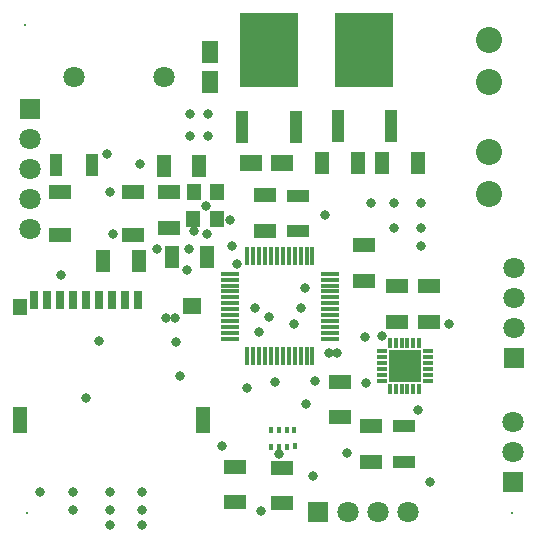
<source format=gts>
G04*
G04 #@! TF.GenerationSoftware,Altium Limited,Altium Designer,20.2.7 (254)*
G04*
G04 Layer_Color=8388736*
%FSLAX44Y44*%
%MOMM*%
G71*
G04*
G04 #@! TF.SameCoordinates,BAD59D02-7682-4231-AD5D-2D7AA58F7FA9*
G04*
G04*
G04 #@! TF.FilePolarity,Negative*
G04*
G01*
G75*
%ADD21R,1.6000X1.4000*%
%ADD22R,1.2000X2.2000*%
%ADD23R,1.2000X1.4000*%
%ADD24R,0.7000X1.6000*%
%ADD35R,1.2500X1.9000*%
%ADD36R,0.4000X1.5500*%
%ADD37R,1.5500X0.4000*%
%ADD38R,1.2000X1.4000*%
%ADD39R,1.0500X2.7000*%
%ADD40R,5.0000X6.3000*%
%ADD41R,1.9000X1.2000*%
%ADD42R,1.9000X1.2500*%
%ADD43R,1.9000X1.1000*%
%ADD44R,1.1000X1.9000*%
%ADD45R,1.9000X1.3300*%
%ADD46R,1.3300X1.9000*%
%ADD47R,0.4500X0.6000*%
%ADD48R,0.9000X0.3500*%
%ADD49R,0.3500X0.9000*%
%ADD50R,2.8000X2.7000*%
%ADD51C,1.8000*%
%ADD52R,0.2032X0.2032*%
%ADD53R,1.8000X1.8000*%
%ADD54R,1.8000X1.8000*%
%ADD55C,2.2032*%
%ADD56C,0.8032*%
D21*
X162340Y195252D02*
D03*
D22*
X171340Y99253D02*
D03*
X16340Y99253D02*
D03*
D23*
Y194252D02*
D03*
D24*
X28340Y200252D02*
D03*
X39340D02*
D03*
X50340D02*
D03*
X61340D02*
D03*
X72340D02*
D03*
X83340D02*
D03*
X94340D02*
D03*
X105340D02*
D03*
X116340D02*
D03*
D35*
X138250Y313750D02*
D03*
X168250D02*
D03*
X323000Y316500D02*
D03*
X353000D02*
D03*
X87000Y233500D02*
D03*
X117000D02*
D03*
X175000Y236500D02*
D03*
X145000D02*
D03*
X302500Y316250D02*
D03*
X272500D02*
D03*
D36*
X209000Y237500D02*
D03*
X214000D02*
D03*
X219000D02*
D03*
X224000D02*
D03*
X229000D02*
D03*
X234000D02*
D03*
X239000D02*
D03*
X244000D02*
D03*
X249000D02*
D03*
X254000D02*
D03*
X259000D02*
D03*
X264000D02*
D03*
Y153000D02*
D03*
X259000D02*
D03*
X254000D02*
D03*
X249000D02*
D03*
X244000D02*
D03*
X239000D02*
D03*
X234000D02*
D03*
X229000D02*
D03*
X224000D02*
D03*
X219000D02*
D03*
X214000D02*
D03*
X209000D02*
D03*
D37*
X278750Y222750D02*
D03*
Y217750D02*
D03*
Y212750D02*
D03*
Y207750D02*
D03*
Y202750D02*
D03*
Y197750D02*
D03*
Y192750D02*
D03*
Y187750D02*
D03*
Y182750D02*
D03*
Y177750D02*
D03*
Y172750D02*
D03*
Y167750D02*
D03*
X194250D02*
D03*
Y172750D02*
D03*
Y177750D02*
D03*
Y182750D02*
D03*
Y187750D02*
D03*
Y192750D02*
D03*
Y197750D02*
D03*
Y202750D02*
D03*
Y207750D02*
D03*
Y212750D02*
D03*
Y217750D02*
D03*
Y222750D02*
D03*
D38*
X163100Y269220D02*
D03*
X164103Y292062D02*
D03*
X183174Y269217D02*
D03*
X183011Y292108D02*
D03*
D39*
X204200Y347000D02*
D03*
X249800D02*
D03*
X330850Y347500D02*
D03*
X285250D02*
D03*
D40*
X227000Y412000D02*
D03*
X308050Y412500D02*
D03*
D41*
X50000Y292250D02*
D03*
X112000D02*
D03*
Y255250D02*
D03*
X50000D02*
D03*
D42*
X308000Y246750D02*
D03*
Y216750D02*
D03*
X224250Y259000D02*
D03*
Y289000D02*
D03*
X287250Y101250D02*
D03*
Y131250D02*
D03*
X362750Y212250D02*
D03*
Y182250D02*
D03*
X335250Y212000D02*
D03*
Y182000D02*
D03*
X238000Y28500D02*
D03*
Y58500D02*
D03*
X198500Y29250D02*
D03*
Y59250D02*
D03*
X314000Y63500D02*
D03*
Y93500D02*
D03*
X142250Y291750D02*
D03*
Y261750D02*
D03*
D43*
X341608Y63538D02*
D03*
Y93538D02*
D03*
X251892Y258962D02*
D03*
Y288962D02*
D03*
D44*
X47288Y314392D02*
D03*
X77288D02*
D03*
D45*
X238400Y316756D02*
D03*
D03*
X212201D02*
D03*
D46*
X177244Y410900D02*
D03*
D03*
Y384701D02*
D03*
D47*
X242250Y76250D02*
D03*
X235750D02*
D03*
X229250Y90750D02*
D03*
X235750D02*
D03*
X242250D02*
D03*
X248750D02*
D03*
X249000Y76500D02*
D03*
X229250Y76250D02*
D03*
D48*
X361500Y132000D02*
D03*
Y137000D02*
D03*
Y142000D02*
D03*
Y147000D02*
D03*
Y152000D02*
D03*
Y157000D02*
D03*
X322500D02*
D03*
Y152000D02*
D03*
Y147000D02*
D03*
Y142000D02*
D03*
Y137000D02*
D03*
Y132000D02*
D03*
D49*
X354500Y164000D02*
D03*
X349500D02*
D03*
X344500D02*
D03*
X339500D02*
D03*
X334500D02*
D03*
X329500D02*
D03*
Y125000D02*
D03*
X334500D02*
D03*
X339500D02*
D03*
X344500D02*
D03*
X349500D02*
D03*
X354500D02*
D03*
D50*
X342000Y144500D02*
D03*
D51*
X138000Y389500D02*
D03*
X62000D02*
D03*
X25000Y311200D02*
D03*
Y336600D02*
D03*
Y285800D02*
D03*
Y260400D02*
D03*
X344800Y20750D02*
D03*
X294000D02*
D03*
X319400D02*
D03*
X434000Y97500D02*
D03*
Y72100D02*
D03*
X435000Y201900D02*
D03*
Y176500D02*
D03*
Y227300D02*
D03*
D52*
X433000Y20000D02*
D03*
X22750D02*
D03*
X21000Y433500D02*
D03*
D53*
X25000Y362000D02*
D03*
X434000Y46700D02*
D03*
X435000Y151100D02*
D03*
D54*
X268600Y20750D02*
D03*
D55*
X413500Y385500D02*
D03*
Y420500D02*
D03*
Y290500D02*
D03*
Y325500D02*
D03*
D56*
X174498Y256286D02*
D03*
X235712Y70358D02*
D03*
X322580Y170180D02*
D03*
X308610Y168910D02*
D03*
X157480Y226060D02*
D03*
X132174Y243969D02*
D03*
X163830Y259080D02*
D03*
X95000Y256500D02*
D03*
X159500Y243500D02*
D03*
X140000Y185000D02*
D03*
X200460Y230750D02*
D03*
X284504Y155219D02*
D03*
X277838D02*
D03*
X195500Y246500D02*
D03*
X173821Y279999D02*
D03*
X72500Y117250D02*
D03*
X83500Y165750D02*
D03*
X50905Y221422D02*
D03*
X92750Y292172D02*
D03*
X160750Y339000D02*
D03*
Y357750D02*
D03*
X175500Y339000D02*
D03*
Y357750D02*
D03*
X293250Y71250D02*
D03*
X220750Y22000D02*
D03*
X264500Y51750D02*
D03*
X187500Y76500D02*
D03*
X152000Y136000D02*
D03*
X355750Y246500D02*
D03*
Y261500D02*
D03*
Y282500D02*
D03*
X333250D02*
D03*
X314000D02*
D03*
X379250Y180500D02*
D03*
X333250Y261500D02*
D03*
X147500Y185000D02*
D03*
X309000Y130000D02*
D03*
X118250Y315750D02*
D03*
X119750Y9750D02*
D03*
X92250D02*
D03*
X119750Y22750D02*
D03*
X92250D02*
D03*
X61000D02*
D03*
X119750Y38250D02*
D03*
X92250D02*
D03*
X61000D02*
D03*
X33000D02*
D03*
X194333Y268623D02*
D03*
X90000Y324250D02*
D03*
X227250Y185750D02*
D03*
X257500Y210250D02*
D03*
X219000Y173500D02*
D03*
X215603Y194147D02*
D03*
X148250Y165250D02*
D03*
X353210Y107594D02*
D03*
X363500Y46500D02*
D03*
X208250Y126080D02*
D03*
X274500Y272250D02*
D03*
X248750Y180000D02*
D03*
X254250Y193500D02*
D03*
X266000Y132000D02*
D03*
X232166Y131166D02*
D03*
X258500Y112250D02*
D03*
M02*

</source>
